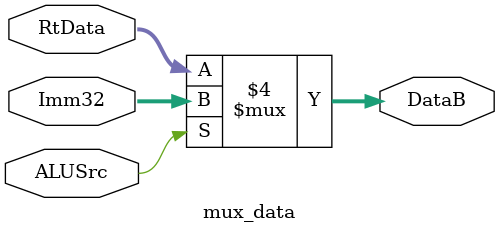
<source format=v>
module mux_data(ALUSrc, RtData, Imm32, DataB);
	input ALUSrc;
	input [31:0] RtData, Imm32;
	output reg [31:0] DataB;
	
	always if (ALUSrc == 0) DataB = RtData;
		else DataB = Imm32;
endmodule

</source>
